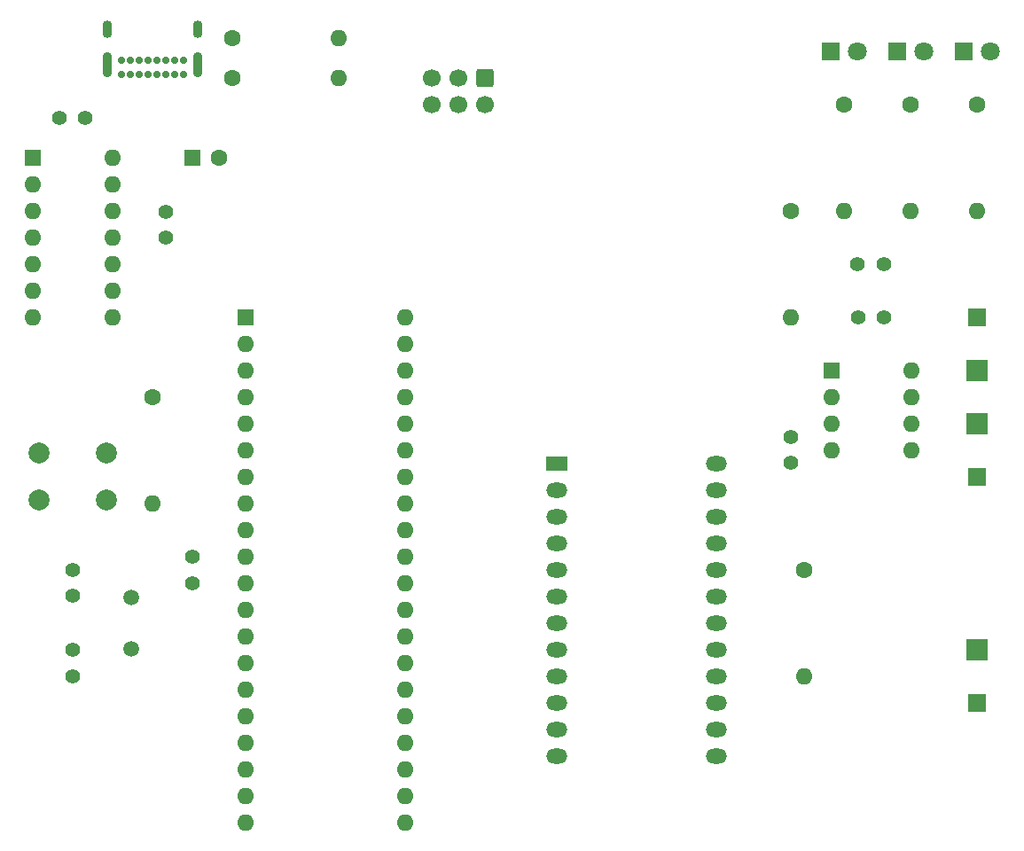
<source format=gts>
%TF.GenerationSoftware,KiCad,Pcbnew,7.0.6*%
%TF.CreationDate,2023-07-26T03:01:34+02:00*%
%TF.ProjectId,EPROM-programmer,4550524f-4d2d-4707-926f-6772616d6d65,rev?*%
%TF.SameCoordinates,Original*%
%TF.FileFunction,Soldermask,Top*%
%TF.FilePolarity,Negative*%
%FSLAX46Y46*%
G04 Gerber Fmt 4.6, Leading zero omitted, Abs format (unit mm)*
G04 Created by KiCad (PCBNEW 7.0.6) date 2023-07-26 03:01:34*
%MOMM*%
%LPD*%
G01*
G04 APERTURE LIST*
G04 Aperture macros list*
%AMRoundRect*
0 Rectangle with rounded corners*
0 $1 Rounding radius*
0 $2 $3 $4 $5 $6 $7 $8 $9 X,Y pos of 4 corners*
0 Add a 4 corners polygon primitive as box body*
4,1,4,$2,$3,$4,$5,$6,$7,$8,$9,$2,$3,0*
0 Add four circle primitives for the rounded corners*
1,1,$1+$1,$2,$3*
1,1,$1+$1,$4,$5*
1,1,$1+$1,$6,$7*
1,1,$1+$1,$8,$9*
0 Add four rect primitives between the rounded corners*
20,1,$1+$1,$2,$3,$4,$5,0*
20,1,$1+$1,$4,$5,$6,$7,0*
20,1,$1+$1,$6,$7,$8,$9,0*
20,1,$1+$1,$8,$9,$2,$3,0*%
G04 Aperture macros list end*
%ADD10C,1.600000*%
%ADD11O,1.600000X1.600000*%
%ADD12R,1.700000X1.700000*%
%ADD13C,1.400000*%
%ADD14R,2.000000X1.440000*%
%ADD15O,2.000000X1.440000*%
%ADD16R,1.600000X1.600000*%
%ADD17R,2.000000X2.000000*%
%ADD18RoundRect,0.250000X-0.600000X0.600000X-0.600000X-0.600000X0.600000X-0.600000X0.600000X0.600000X0*%
%ADD19C,1.700000*%
%ADD20C,2.000000*%
%ADD21C,1.500000*%
%ADD22R,1.800000X1.800000*%
%ADD23C,1.800000*%
%ADD24C,0.700000*%
%ADD25O,0.900000X2.400000*%
%ADD26O,0.900000X1.700000*%
G04 APERTURE END LIST*
D10*
%TO.C,R2*%
X63500000Y-64770000D03*
D11*
X73660000Y-64770000D03*
%TD*%
D12*
%TO.C,J3*%
X134660000Y-87630000D03*
%TD*%
D10*
%TO.C,R3*%
X55880000Y-95250000D03*
D11*
X55880000Y-105410000D03*
%TD*%
D13*
%TO.C,C6*%
X116840000Y-101560000D03*
X116840000Y-99060000D03*
%TD*%
D14*
%TO.C,J1*%
X94453500Y-101600000D03*
D15*
X94453500Y-104140000D03*
X94453500Y-106680000D03*
X94453500Y-109220000D03*
X94453500Y-111760000D03*
X94453500Y-114300000D03*
X94453500Y-116840000D03*
X94453500Y-119380000D03*
X94453500Y-121920000D03*
X94453500Y-124460000D03*
X94453500Y-127000000D03*
X94453500Y-129540000D03*
X109693500Y-129540000D03*
X109693500Y-127000000D03*
X109693500Y-124460000D03*
X109693500Y-121920000D03*
X109693500Y-119380000D03*
X109693500Y-116840000D03*
X109693500Y-114300000D03*
X109693500Y-111760000D03*
X109693500Y-109220000D03*
X109693500Y-106680000D03*
X109693500Y-104140000D03*
X109693500Y-101600000D03*
%TD*%
D10*
%TO.C,R5*%
X128270000Y-67310000D03*
D11*
X128270000Y-77470000D03*
%TD*%
D16*
%TO.C,U3*%
X120700000Y-92720000D03*
D11*
X120700000Y-95260000D03*
X120700000Y-97800000D03*
X120700000Y-100340000D03*
X128320000Y-100340000D03*
X128320000Y-97800000D03*
X128320000Y-95260000D03*
X128320000Y-92720000D03*
%TD*%
D13*
%TO.C,C1*%
X48260000Y-119420000D03*
X48260000Y-121920000D03*
%TD*%
D10*
%TO.C,R4*%
X121920000Y-67310000D03*
D11*
X121920000Y-77470000D03*
%TD*%
D10*
%TO.C,R7*%
X134620000Y-67310000D03*
D11*
X134620000Y-77470000D03*
%TD*%
D10*
%TO.C,R6*%
X118110000Y-111760000D03*
D11*
X118110000Y-121920000D03*
%TD*%
D17*
%TO.C,TP1*%
X134660000Y-92710000D03*
%TD*%
D13*
%TO.C,C2*%
X48260000Y-114260000D03*
X48260000Y-111760000D03*
%TD*%
D17*
%TO.C,TP3*%
X134620000Y-119380000D03*
%TD*%
D13*
%TO.C,C3*%
X57150000Y-80050000D03*
X57150000Y-77550000D03*
%TD*%
D18*
%TO.C,J2*%
X87630000Y-64770000D03*
D19*
X87630000Y-67310000D03*
X85090000Y-64770000D03*
X85090000Y-67310000D03*
X82550000Y-64770000D03*
X82550000Y-67310000D03*
%TD*%
D10*
%TO.C,R8*%
X116840000Y-77470000D03*
D11*
X116840000Y-87630000D03*
%TD*%
D10*
%TO.C,R1*%
X63500000Y-60960000D03*
D11*
X73660000Y-60960000D03*
%TD*%
D13*
%TO.C,C4*%
X59690000Y-110530000D03*
X59690000Y-113030000D03*
%TD*%
D12*
%TO.C,J5*%
X134620000Y-124460000D03*
%TD*%
%TO.C,J4*%
X134660000Y-102870000D03*
%TD*%
D20*
%TO.C,SW1*%
X45010000Y-100620000D03*
X51510000Y-100620000D03*
X45010000Y-105120000D03*
X51510000Y-105120000D03*
%TD*%
D13*
%TO.C,C9*%
X123230000Y-82550000D03*
X125730000Y-82550000D03*
%TD*%
%TO.C,C8*%
X123270000Y-87630000D03*
X125770000Y-87630000D03*
%TD*%
D21*
%TO.C,Y1*%
X53848000Y-119290000D03*
X53848000Y-114410000D03*
%TD*%
D22*
%TO.C,D2*%
X127000000Y-62230000D03*
D23*
X129540000Y-62230000D03*
%TD*%
D16*
%TO.C,U1*%
X64770000Y-87630000D03*
D11*
X64770000Y-90170000D03*
X64770000Y-92710000D03*
X64770000Y-95250000D03*
X64770000Y-97790000D03*
X64770000Y-100330000D03*
X64770000Y-102870000D03*
X64770000Y-105410000D03*
X64770000Y-107950000D03*
X64770000Y-110490000D03*
X64770000Y-113030000D03*
X64770000Y-115570000D03*
X64770000Y-118110000D03*
X64770000Y-120650000D03*
X64770000Y-123190000D03*
X64770000Y-125730000D03*
X64770000Y-128270000D03*
X64770000Y-130810000D03*
X64770000Y-133350000D03*
X64770000Y-135890000D03*
X80010000Y-135890000D03*
X80010000Y-133350000D03*
X80010000Y-130810000D03*
X80010000Y-128270000D03*
X80010000Y-125730000D03*
X80010000Y-123190000D03*
X80010000Y-120650000D03*
X80010000Y-118110000D03*
X80010000Y-115570000D03*
X80010000Y-113030000D03*
X80010000Y-110490000D03*
X80010000Y-107950000D03*
X80010000Y-105410000D03*
X80010000Y-102870000D03*
X80010000Y-100330000D03*
X80010000Y-97790000D03*
X80010000Y-95250000D03*
X80010000Y-92710000D03*
X80010000Y-90170000D03*
X80010000Y-87630000D03*
%TD*%
D16*
%TO.C,C7*%
X59730000Y-72390000D03*
D10*
X62230000Y-72390000D03*
%TD*%
D16*
%TO.C,U2*%
X44450000Y-72390000D03*
D11*
X44450000Y-74930000D03*
X44450000Y-77470000D03*
X44450000Y-80010000D03*
X44450000Y-82550000D03*
X44450000Y-85090000D03*
X44450000Y-87630000D03*
X52070000Y-87630000D03*
X52070000Y-85090000D03*
X52070000Y-82550000D03*
X52070000Y-80010000D03*
X52070000Y-77470000D03*
X52070000Y-74930000D03*
X52070000Y-72390000D03*
%TD*%
D17*
%TO.C,TP2*%
X134660000Y-97790000D03*
%TD*%
D13*
%TO.C,C5*%
X46980000Y-68585000D03*
X49480000Y-68585000D03*
%TD*%
D22*
%TO.C,D1*%
X120650000Y-62230000D03*
D23*
X123190000Y-62230000D03*
%TD*%
D24*
%TO.C,P1*%
X58855000Y-64477000D03*
X58005000Y-64477000D03*
X57155000Y-64477000D03*
X56305000Y-64477000D03*
X55455000Y-64477000D03*
X54605000Y-64477000D03*
X53755000Y-64477000D03*
X52905000Y-64477000D03*
X52905000Y-63127000D03*
X53755000Y-63127000D03*
X54605000Y-63127000D03*
X55455000Y-63127000D03*
X56305000Y-63127000D03*
X57155000Y-63127000D03*
X58005000Y-63127000D03*
X58855000Y-63127000D03*
D25*
X60205000Y-63497000D03*
D26*
X60205000Y-60117000D03*
D25*
X51555000Y-63497000D03*
D26*
X51555000Y-60117000D03*
%TD*%
D22*
%TO.C,D3*%
X133350000Y-62230000D03*
D23*
X135890000Y-62230000D03*
%TD*%
M02*

</source>
